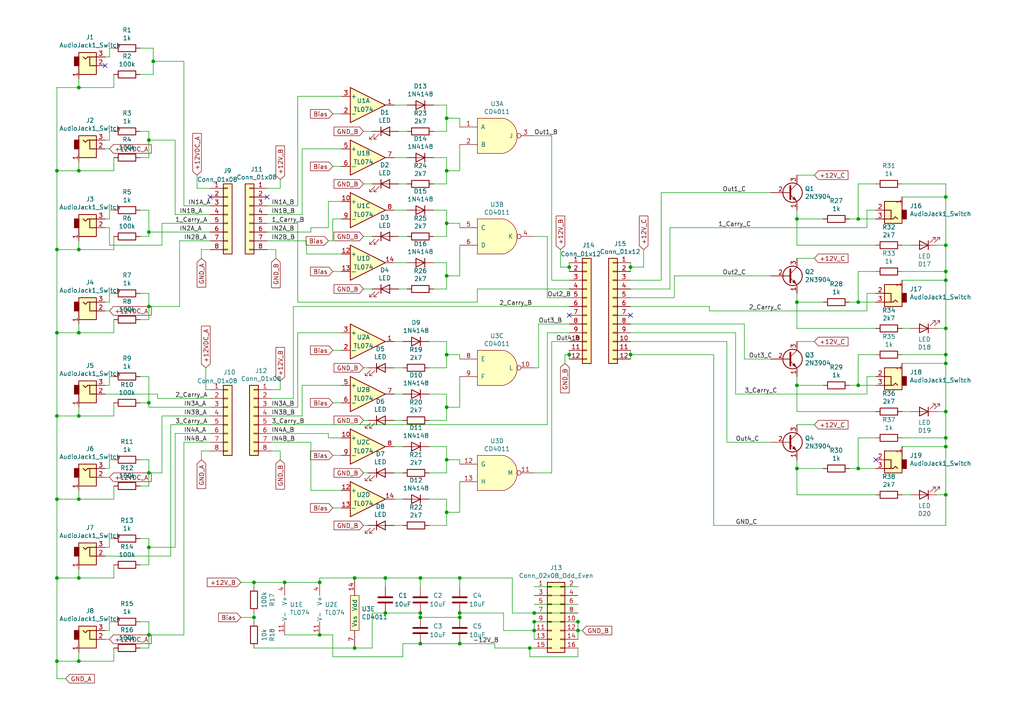
<source format=kicad_sch>
(kicad_sch (version 20250114) (generator "eeschema") (generator_version "9.0")
  (paper "A4")
  (junction (at 274.32 127))
  (junction (at 248.92 63.5))
  (junction (at 43.18 88.9))
  (junction (at 92.71 168.91))
  (junction (at 43.18 137.16))
  (junction (at 43.18 184.15))
  (junction (at 73.66 179.07))
  (junction (at 182.88 102.87))
  (junction (at 129.54 148.59))
  (junction (at 129.54 34.29))
  (junction (at 248.92 111.76))
  (junction (at 129.54 102.87))
  (junction (at 102.87 187.96))
  (junction (at 16.51 167.64))
  (junction (at 248.92 87.63))
  (junction (at 16.51 191.77))
  (junction (at 274.32 102.87))
  (junction (at 102.87 167.64))
  (junction (at 129.54 49.53))
  (junction (at 16.51 72.39))
  (junction (at 111.76 167.64))
  (junction (at 231.14 111.76))
  (junction (at 22.86 72.39))
  (junction (at 182.88 77.47))
  (junction (at 121.92 167.64))
  (junction (at 43.18 116.84))
  (junction (at 22.86 25.4))
  (junction (at 22.86 191.77))
  (junction (at 274.32 143.51))
  (junction (at 231.14 63.5))
  (junction (at 16.51 120.65))
  (junction (at 231.14 135.89))
  (junction (at 92.71 184.15))
  (junction (at 121.92 186.69))
  (junction (at 73.66 168.91))
  (junction (at 274.32 95.25))
  (junction (at 44.45 17.78))
  (junction (at 111.76 177.8))
  (junction (at 22.86 144.78))
  (junction (at 133.35 167.64))
  (junction (at 129.54 80.01))
  (junction (at 274.32 119.38))
  (junction (at 16.51 144.78))
  (junction (at 133.35 177.8))
  (junction (at 129.54 133.35))
  (junction (at 231.14 87.63))
  (junction (at 22.86 49.53))
  (junction (at 154.94 177.8))
  (junction (at 154.94 182.88))
  (junction (at 167.64 180.34))
  (junction (at 165.1 77.47))
  (junction (at 22.86 96.52))
  (junction (at 43.18 67.31))
  (junction (at 274.32 81.28))
  (junction (at 43.18 40.64))
  (junction (at 133.35 179.07))
  (junction (at 274.32 78.74))
  (junction (at 274.32 71.12))
  (junction (at 121.92 179.07))
  (junction (at 274.32 105.41))
  (junction (at 129.54 64.77))
  (junction (at 133.35 186.69))
  (junction (at 22.86 120.65))
  (junction (at 16.51 49.53))
  (junction (at 274.32 129.54))
  (junction (at 167.64 182.88))
  (junction (at 154.94 180.34))
  (junction (at 248.92 135.89))
  (junction (at 153.67 187.96))
  (junction (at 22.86 167.64))
  (junction (at 16.51 96.52))
  (junction (at 43.18 158.75))
  (junction (at 165.1 102.87))
  (junction (at 274.32 57.15))
  (junction (at 129.54 118.11))
  (junction (at 121.92 177.8))
  (junction (at 82.55 168.91))
  (no_connect (at 77.47 57.15))
  (no_connect (at 182.88 91.44))
  (no_connect (at 30.48 19.05))
  (no_connect (at 165.1 91.44))
  (no_connect (at 254 133.35))
  (no_connect (at 60.96 57.15))
  (wire (pts (xy 43.18 163.83) (xy 40.64 163.83)))
  (wire (pts (xy 271.78 143.51) (xy 274.32 143.51)))
  (wire (pts (xy 88.9 69.85) (xy 88.9 73.66)))
  (wire (pts (xy 95.25 127) (xy 99.06 127)))
  (wire (pts (xy 248.92 63.5) (xy 248.92 53.34)))
  (wire (pts (xy 195.58 86.36) (xy 182.88 86.36)))
  (wire (pts (xy 133.35 80.01) (xy 133.35 71.12)))
  (wire (pts (xy 16.51 191.77) (xy 16.51 167.64)))
  (wire (pts (xy 231.14 135.89) (xy 231.14 133.35)))
  (wire (pts (xy 22.86 167.64) (xy 33.02 167.64)))
  (wire (pts (xy 107.95 38.1) (xy 105.41 38.1)))
  (wire (pts (xy 87.63 111.76) (xy 87.63 120.65)))
  (wire (pts (xy 87.63 43.18) (xy 99.06 43.18)))
  (wire (pts (xy 153.67 187.96) (xy 143.51 187.96)))
  (wire (pts (xy 40.64 180.34) (xy 43.18 180.34)))
  (wire (pts (xy 30.48 43.18) (xy 31.75 43.18)))
  (wire (pts (xy 102.87 167.64) (xy 111.76 167.64)))
  (wire (pts (xy 53.34 17.78) (xy 53.34 59.69)))
  (wire (pts (xy 261.62 71.12) (xy 264.16 71.12)))
  (wire (pts (xy 133.35 167.64) (xy 133.35 170.18)))
  (wire (pts (xy 182.88 96.52) (xy 213.36 96.52)))
  (wire (pts (xy 167.64 190.5) (xy 167.64 187.96)))
  (wire (pts (xy 146.05 182.88) (xy 154.94 182.88)))
  (wire (pts (xy 86.36 118.11) (xy 86.36 96.52)))
  (wire (pts (xy 207.01 102.87) (xy 207.01 152.4)))
  (wire (pts (xy 274.32 81.28) (xy 274.32 95.25)))
  (wire (pts (xy 78.74 120.65) (xy 87.63 120.65)))
  (wire (pts (xy 40.64 156.21) (xy 43.18 156.21)))
  (wire (pts (xy 60.96 113.03) (xy 59.69 113.03)))
  (wire (pts (xy 107.95 68.58) (xy 105.41 68.58)))
  (wire (pts (xy 121.92 167.64) (xy 121.92 170.18)))
  (wire (pts (xy 92.71 167.64) (xy 102.87 167.64)))
  (wire (pts (xy 73.66 168.91) (xy 73.66 170.18)))
  (wire (pts (xy 154.94 177.8) (xy 148.59 177.8)))
  (wire (pts (xy 16.51 144.78) (xy 16.51 167.64)))
  (wire (pts (xy 125.73 76.2) (xy 129.54 76.2)))
  (wire (pts (xy 30.48 135.89) (xy 31.75 135.89)))
  (wire (pts (xy 90.17 128.27) (xy 90.17 142.24)))
  (wire (pts (xy 82.55 168.91) (xy 92.71 168.91)))
  (wire (pts (xy 116.84 152.4) (xy 114.3 152.4)))
  (wire (pts (xy 160.02 81.28) (xy 160.02 39.37)))
  (wire (pts (xy 31.75 60.96) (xy 33.02 60.96)))
  (wire (pts (xy 43.18 156.21) (xy 43.18 158.75)))
  (wire (pts (xy 114.3 99.06) (xy 116.84 99.06)))
  (wire (pts (xy 158.75 86.36) (xy 165.1 86.36)))
  (wire (pts (xy 162.56 77.47) (xy 165.1 77.47)))
  (wire (pts (xy 87.63 111.76) (xy 99.06 111.76)))
  (wire (pts (xy 133.35 36.83) (xy 133.35 34.29)))
  (wire (pts (xy 59.69 113.03) (xy 59.69 106.68)))
  (wire (pts (xy 22.86 46.99) (xy 22.86 49.53)))
  (wire (pts (xy 251.46 60.96) (xy 251.46 66.04)))
  (wire (pts (xy 231.14 95.25) (xy 231.14 87.63)))
  (wire (pts (xy 99.06 63.5) (xy 96.52 63.5)))
  (wire (pts (xy 85.09 88.9) (xy 85.09 115.57)))
  (wire (pts (xy 30.48 16.51) (xy 31.75 16.51)))
  (wire (pts (xy 31.75 38.1) (xy 33.02 38.1)))
  (wire (pts (xy 99.06 147.32) (xy 96.52 147.32)))
  (wire (pts (xy 46.99 64.77) (xy 60.96 64.77)))
  (wire (pts (xy 133.35 134.62) (xy 133.35 133.35)))
  (wire (pts (xy 205.74 88.9) (xy 182.88 88.9)))
  (wire (pts (xy 81.28 110.49) (xy 81.28 113.03)))
  (wire (pts (xy 156.21 106.68) (xy 156.21 93.98)))
  (wire (pts (xy 251.46 109.22) (xy 251.46 114.3)))
  (wire (pts (xy 129.54 121.92) (xy 124.46 121.92)))
  (wire (pts (xy 43.18 109.22) (xy 43.18 116.84)))
  (wire (pts (xy 274.32 53.34) (xy 274.32 57.15)))
  (wire (pts (xy 160.02 137.16) (xy 160.02 99.06)))
  (wire (pts (xy 129.54 64.77) (xy 133.35 64.77)))
  (wire (pts (xy 90.17 66.04) (xy 95.25 66.04)))
  (wire (pts (xy 31.75 63.5) (xy 31.75 60.96)))
  (wire (pts (xy 165.1 81.28) (xy 160.02 81.28)))
  (wire (pts (xy 50.8 40.64) (xy 50.8 62.23)))
  (wire (pts (xy 31.75 71.12) (xy 31.75 66.04)))
  (wire (pts (xy 191.77 55.88) (xy 223.52 55.88)))
  (wire (pts (xy 44.45 13.97) (xy 44.45 17.78)))
  (wire (pts (xy 274.32 95.25) (xy 274.32 102.87)))
  (wire (pts (xy 78.74 118.11) (xy 86.36 118.11)))
  (wire (pts (xy 102.87 187.96) (xy 107.95 187.96)))
  (wire (pts (xy 114.3 60.96) (xy 118.11 60.96)))
  (wire (pts (xy 158.75 68.58) (xy 158.75 86.36)))
  (wire (pts (xy 165.1 78.74) (xy 165.1 77.47)))
  (wire (pts (xy 133.35 177.8) (xy 133.35 179.07)))
  (wire (pts (xy 30.48 161.29) (xy 49.53 161.29)))
  (wire (pts (xy 167.64 175.26) (xy 154.94 175.26)))
  (wire (pts (xy 107.95 83.82) (xy 105.41 83.82)))
  (wire (pts (xy 30.48 63.5) (xy 31.75 63.5)))
  (wire (pts (xy 195.58 80.01) (xy 223.52 80.01)))
  (wire (pts (xy 129.54 148.59) (xy 133.35 148.59)))
  (wire (pts (xy 248.92 102.87) (xy 248.92 111.76)))
  (wire (pts (xy 238.76 63.5) (xy 231.14 63.5)))
  (wire (pts (xy 129.54 133.35) (xy 129.54 137.16)))
  (wire (pts (xy 182.88 78.74) (xy 182.88 77.47)))
  (wire (pts (xy 31.75 138.43) (xy 30.48 138.43)))
  (wire (pts (xy 129.54 53.34) (xy 125.73 53.34)))
  (wire (pts (xy 129.54 106.68) (xy 124.46 106.68)))
  (wire (pts (xy 96.52 184.15) (xy 96.52 190.5)))
  (wire (pts (xy 116.84 106.68) (xy 114.3 106.68)))
  (wire (pts (xy 254 71.12) (xy 231.14 71.12)))
  (wire (pts (xy 116.84 121.92) (xy 114.3 121.92)))
  (wire (pts (xy 86.36 96.52) (xy 99.06 96.52)))
  (wire (pts (xy 22.86 191.77) (xy 16.51 191.77)))
  (wire (pts (xy 195.58 80.01) (xy 195.58 86.36)))
  (wire (pts (xy 271.78 95.25) (xy 274.32 95.25)))
  (wire (pts (xy 44.45 21.59) (xy 40.64 21.59)))
  (wire (pts (xy 238.76 87.63) (xy 231.14 87.63)))
  (wire (pts (xy 43.18 116.84) (xy 40.64 116.84)))
  (wire (pts (xy 86.36 27.94) (xy 86.36 59.69)))
  (wire (pts (xy 16.51 196.85) (xy 16.51 191.77)))
  (wire (pts (xy 92.71 184.15) (xy 96.52 184.15)))
  (wire (pts (xy 133.35 34.29) (xy 129.54 34.29)))
  (wire (pts (xy 254 119.38) (xy 231.14 119.38)))
  (wire (pts (xy 60.96 62.23) (xy 50.8 62.23)))
  (wire (pts (xy 106.68 121.92) (xy 105.41 121.92)))
  (wire (pts (xy 22.86 191.77) (xy 33.02 191.77)))
  (wire (pts (xy 231.14 74.93) (xy 236.22 74.93)))
  (wire (pts (xy 194.31 83.82) (xy 182.88 83.82)))
  (wire (pts (xy 43.18 45.72) (xy 40.64 45.72)))
  (wire (pts (xy 254 95.25) (xy 231.14 95.25)))
  (wire (pts (xy 251.46 114.3) (xy 213.36 114.3)))
  (wire (pts (xy 129.54 152.4) (xy 124.46 152.4)))
  (wire (pts (xy 73.66 177.8) (xy 73.66 179.07)))
  (wire (pts (xy 231.14 50.8) (xy 236.22 50.8)))
  (wire (pts (xy 43.18 60.96) (xy 43.18 67.31)))
  (wire (pts (xy 125.73 30.48) (xy 129.54 30.48)))
  (wire (pts (xy 31.75 85.09) (xy 33.02 85.09)))
  (wire (pts (xy 60.96 128.27) (xy 53.34 128.27)))
  (wire (pts (xy 77.47 59.69) (xy 86.36 59.69)))
  (wire (pts (xy 96.52 69.85) (xy 95.25 69.85)))
  (wire (pts (xy 22.86 49.53) (xy 16.51 49.53)))
  (wire (pts (xy 99.06 78.74) (xy 96.52 78.74)))
  (wire (pts (xy 90.17 67.31) (xy 90.17 66.04)))
  (wire (pts (xy 254 78.74) (xy 248.92 78.74)))
  (wire (pts (xy 129.54 45.72) (xy 129.54 49.53)))
  (wire (pts (xy 254 127) (xy 248.92 127)))
  (wire (pts (xy 236.22 123.19) (xy 231.14 123.19)))
  (wire (pts (xy 129.54 83.82) (xy 125.73 83.82)))
  (wire (pts (xy 78.74 123.19) (xy 158.75 123.19)))
  (wire (pts (xy 254 109.22) (xy 251.46 109.22)))
  (wire (pts (xy 248.92 87.63) (xy 254 87.63)))
  (wire (pts (xy 148.59 177.8) (xy 148.59 167.64)))
  (wire (pts (xy 73.66 179.07) (xy 73.66 180.34)))
  (wire (pts (xy 154.94 137.16) (xy 160.02 137.16)))
  (wire (pts (xy 158.75 96.52) (xy 165.1 96.52)))
  (wire (pts (xy 133.35 104.14) (xy 133.35 102.87)))
  (wire (pts (xy 231.14 63.5) (xy 231.14 60.96)))
  (wire (pts (xy 162.56 72.39) (xy 162.56 77.47)))
  (wire (pts (xy 165.1 101.6) (xy 165.1 102.87)))
  (wire (pts (xy 33.02 21.59) (xy 33.02 25.4)))
  (wire (pts (xy 133.35 118.11) (xy 133.35 109.22)))
  (wire (pts (xy 73.66 187.96) (xy 102.87 187.96)))
  (wire (pts (xy 50.8 158.75) (xy 43.18 158.75)))
  (wire (pts (xy 154.94 182.88) (xy 154.94 185.42)))
  (wire (pts (xy 261.62 78.74) (xy 274.32 78.74)))
  (wire (pts (xy 129.54 144.78) (xy 129.54 148.59)))
  (wire (pts (xy 45.72 115.57) (xy 45.72 114.3)))
  (wire (pts (xy 40.64 85.09) (xy 43.18 85.09)))
  (wire (pts (xy 77.47 62.23) (xy 87.63 62.23)))
  (wire (pts (xy 129.54 76.2) (xy 129.54 80.01)))
  (wire (pts (xy 248.92 135.89) (xy 254 135.89)))
  (wire (pts (xy 81.28 54.61) (xy 77.47 54.61)))
  (wire (pts (xy 261.62 95.25) (xy 264.16 95.25)))
  (wire (pts (xy 129.54 49.53) (xy 129.54 53.34)))
  (wire (pts (xy 182.88 102.87) (xy 207.01 102.87)))
  (wire (pts (xy 95.25 66.04) (xy 95.25 58.42)))
  (wire (pts (xy 44.45 17.78) (xy 53.34 17.78)))
  (wire (pts (xy 129.54 80.01) (xy 129.54 83.82)))
  (wire (pts (xy 22.86 120.65) (xy 16.51 120.65)))
  (wire (pts (xy 261.62 143.51) (xy 264.16 143.51)))
  (wire (pts (xy 30.48 158.75) (xy 31.75 158.75)))
  (wire (pts (xy 154.94 68.58) (xy 158.75 68.58)))
  (wire (pts (xy 43.18 137.16) (xy 43.18 140.97)))
  (wire (pts (xy 82.55 184.15) (xy 92.71 184.15)))
  (wire (pts (xy 33.02 68.58) (xy 33.02 72.39)))
  (wire (pts (xy 85.09 88.9) (xy 165.1 88.9)))
  (wire (pts (xy 129.54 30.48) (xy 129.54 34.29)))
  (wire (pts (xy 33.02 140.97) (xy 33.02 144.78)))
  (wire (pts (xy 129.54 102.87) (xy 129.54 106.68)))
  (wire (pts (xy 248.92 53.34) (xy 254 53.34)))
  (wire (pts (xy 22.86 25.4) (xy 33.02 25.4)))
  (wire (pts (xy 248.92 63.5) (xy 254 63.5)))
  (wire (pts (xy 116.84 186.69) (xy 121.92 186.69)))
  (wire (pts (xy 129.54 38.1) (xy 125.73 38.1)))
  (wire (pts (xy 129.54 129.54) (xy 129.54 133.35)))
  (wire (pts (xy 40.64 38.1) (xy 43.18 38.1)))
  (wire (pts (xy 153.67 190.5) (xy 167.64 190.5)))
  (wire (pts (xy 254 102.87) (xy 248.92 102.87)))
  (wire (pts (xy 121.92 167.64) (xy 133.35 167.64)))
  (wire (pts (xy 77.47 69.85) (xy 88.9 69.85)))
  (wire (pts (xy 22.86 72.39) (xy 33.02 72.39)))
  (wire (pts (xy 16.51 25.4) (xy 16.51 49.53)))
  (wire (pts (xy 251.46 85.09) (xy 251.46 90.17)))
  (wire (pts (xy 165.1 83.82) (xy 138.43 83.82)))
  (wire (pts (xy 254 60.96) (xy 251.46 60.96)))
  (wire (pts (xy 53.34 128.27) (xy 53.34 184.15)))
  (wire (pts (xy 22.86 165.1) (xy 22.86 167.64)))
  (wire (pts (xy 43.18 118.11) (xy 43.18 116.84)))
  (wire (pts (xy 146.05 177.8) (xy 146.05 182.88)))
  (wire (pts (xy 43.18 67.31) (xy 43.18 68.58)))
  (wire (pts (xy 77.47 67.31) (xy 90.17 67.31)))
  (wire (pts (xy 133.35 49.53) (xy 133.35 41.91)))
  (wire (pts (xy 213.36 114.3) (xy 213.36 96.52)))
  (wire (pts (xy 191.77 81.28) (xy 182.88 81.28)))
  (wire (pts (xy 129.54 64.77) (xy 129.54 68.58)))
  (wire (pts (xy 154.94 187.96) (xy 153.67 187.96)))
  (wire (pts (xy 124.46 99.06) (xy 129.54 99.06)))
  (wire (pts (xy 69.85 168.91) (xy 73.66 168.91)))
  (wire (pts (xy 133.35 148.59) (xy 133.35 139.7)))
  (wire (pts (xy 92.71 168.91) (xy 92.71 167.64)))
  (wire (pts (xy 22.86 49.53) (xy 33.02 49.53)))
  (wire (pts (xy 16.51 72.39) (xy 16.51 96.52)))
  (wire (pts (xy 118.11 53.34) (xy 115.57 53.34)))
  (wire (pts (xy 165.1 102.87) (xy 165.1 104.14)))
  (wire (pts (xy 22.86 93.98) (xy 22.86 96.52)))
  (wire (pts (xy 46.99 120.65) (xy 46.99 137.16)))
  (wire (pts (xy 182.88 104.14) (xy 182.88 102.87)))
  (wire (pts (xy 129.54 34.29) (xy 129.54 38.1)))
  (wire (pts (xy 31.75 87.63) (xy 31.75 85.09)))
  (wire (pts (xy 129.54 60.96) (xy 129.54 64.77)))
  (wire (pts (xy 22.86 25.4) (xy 16.51 25.4)))
  (wire (pts (xy 22.86 144.78) (xy 33.02 144.78)))
  (wire (pts (xy 121.92 177.8) (xy 121.92 179.07)))
  (wire (pts (xy 182.88 93.98) (xy 215.9 93.98)))
  (wire (pts (xy 31.75 16.51) (xy 31.75 13.97)))
  (wire (pts (xy 133.35 177.8) (xy 146.05 177.8)))
  (wire (pts (xy 60.96 118.11) (xy 43.18 118.11)))
  (wire (pts (xy 118.11 38.1) (xy 115.57 38.1)))
  (wire (pts (xy 60.96 69.85) (xy 52.07 69.85)))
  (wire (pts (xy 163.83 102.87) (xy 163.83 105.41)))
  (wire (pts (xy 99.06 73.66) (xy 88.9 73.66)))
  (wire (pts (xy 95.25 58.42) (xy 99.06 58.42)))
  (wire (pts (xy 53.34 184.15) (xy 43.18 184.15)))
  (wire (pts (xy 22.86 96.52) (xy 16.51 96.52)))
  (wire (pts (xy 194.31 66.04) (xy 251.46 66.04)))
  (wire (pts (xy 129.54 49.53) (xy 133.35 49.53)))
  (wire (pts (xy 158.75 123.19) (xy 158.75 96.52)))
  (wire (pts (xy 86.36 64.77) (xy 77.47 64.77)))
  (wire (pts (xy 43.18 140.97) (xy 40.64 140.97)))
  (wire (pts (xy 274.32 71.12) (xy 274.32 78.74)))
  (wire (pts (xy 246.38 87.63) (xy 248.92 87.63)))
  (wire (pts (xy 44.45 17.78) (xy 44.45 21.59)))
  (wire (pts (xy 40.64 133.35) (xy 43.18 133.35)))
  (wire (pts (xy 31.75 158.75) (xy 31.75 156.21)))
  (wire (pts (xy 246.38 135.89) (xy 248.92 135.89)))
  (wire (pts (xy 138.43 87.63) (xy 86.36 87.63)))
  (wire (pts (xy 16.51 196.85) (xy 19.05 196.85)))
  (wire (pts (xy 43.18 158.75) (xy 43.18 163.83)))
  (wire (pts (xy 22.86 144.78) (xy 16.51 144.78)))
  (wire (pts (xy 154.94 172.72) (xy 167.64 172.72)))
  (wire (pts (xy 194.31 66.04) (xy 194.31 83.82)))
  (wire (pts (xy 30.48 111.76) (xy 31.75 111.76)))
  (wire (pts (xy 129.54 80.01) (xy 133.35 80.01)))
  (wire (pts (xy 114.3 114.3) (xy 116.84 114.3)))
  (wire (pts (xy 33.02 116.84) (xy 33.02 120.65)))
  (wire (pts (xy 133.35 133.35) (xy 129.54 133.35)))
  (wire (pts (xy 78.74 128.27) (xy 90.17 128.27)))
  (wire (pts (xy 60.96 54.61) (xy 57.15 54.61)))
  (wire (pts (xy 254 143.51) (xy 231.14 143.51)))
  (wire (pts (xy 143.51 186.69) (xy 133.35 186.69)))
  (wire (pts (xy 114.3 144.78) (xy 116.84 144.78)))
  (wire (pts (xy 231.14 111.76) (xy 231.14 109.22)))
  (wire (pts (xy 116.84 137.16) (xy 114.3 137.16)))
  (wire (pts (xy 90.17 142.24) (xy 99.06 142.24)))
  (wire (pts (xy 30.48 182.88) (xy 31.75 182.88)))
  (wire (pts (xy 78.74 125.73) (xy 95.25 125.73)))
  (wire (pts (xy 231.14 71.12) (xy 231.14 63.5)))
  (wire (pts (xy 133.35 64.77) (xy 133.35 66.04)))
  (wire (pts (xy 251.46 90.17) (xy 205.74 90.17)))
  (wire (pts (xy 96.52 190.5) (xy 116.84 190.5)))
  (wire (pts (xy 46.99 137.16) (xy 43.18 137.16)))
  (wire (pts (xy 129.54 114.3) (xy 129.54 118.11)))
  (wire (pts (xy 167.64 182.88) (xy 167.64 185.42)))
  (wire (pts (xy 99.06 116.84) (xy 96.52 116.84)))
  (wire (pts (xy 22.86 120.65) (xy 33.02 120.65)))
  (wire (pts (xy 106.68 137.16) (xy 105.41 137.16)))
  (wire (pts (xy 87.63 43.18) (xy 87.63 62.23)))
  (wire (pts (xy 274.32 129.54) (xy 261.62 129.54)))
  (wire (pts (xy 274.32 152.4) (xy 274.32 143.51)))
  (wire (pts (xy 86.36 64.77) (xy 86.36 87.63)))
  (wire (pts (xy 60.96 130.81) (xy 58.42 130.81)))
  (wire (pts (xy 114.3 30.48) (xy 118.11 30.48)))
  (wire (pts (xy 261.62 53.34) (xy 274.32 53.34)))
  (wire (pts (xy 30.48 40.64) (xy 31.75 40.64)))
  (wire (pts (xy 274.32 143.51) (xy 274.32 129.54)))
  (wire (pts (xy 107.95 177.8) (xy 111.76 177.8)))
  (wire (pts (xy 77.47 72.39) (xy 80.01 72.39)))
  (wire (pts (xy 43.18 133.35) (xy 43.18 137.16)))
  (wire (pts (xy 274.32 78.74) (xy 274.32 81.28)))
  (wire (pts (xy 121.92 186.69) (xy 133.35 186.69)))
  (wire (pts (xy 116.84 190.5) (xy 116.84 186.69)))
  (wire (pts (xy 274.32 57.15) (xy 274.32 71.12)))
  (wire (pts (xy 111.76 177.8) (xy 121.92 177.8)))
  (wire (pts (xy 118.11 83.82) (xy 115.57 83.82)))
  (wire (pts (xy 191.77 55.88) (xy 191.77 81.28)))
  (wire (pts (xy 165.1 77.47) (xy 165.1 76.2)))
  (wire (pts (xy 248.92 78.74) (xy 248.92 87.63)))
  (wire (pts (xy 95.25 125.73) (xy 95.25 127)))
  (wire (pts (xy 210.82 128.27) (xy 223.52 128.27)))
  (wire (pts (xy 40.64 13.97) (xy 44.45 13.97)))
  (wire (pts (xy 52.07 69.85) (xy 52.07 88.9)))
  (wire (pts (xy 231.14 99.06) (xy 236.22 99.06)))
  (wire (pts (xy 31.75 66.04) (xy 30.48 66.04)))
  (wire (pts (xy 106.68 152.4) (xy 105.41 152.4)))
  (wire (pts (xy 231.14 119.38) (xy 231.14 111.76)))
  (wire (pts (xy 16.51 120.65) (xy 16.51 144.78)))
  (wire (pts (xy 254 85.09) (xy 251.46 85.09)))
  (wire (pts (xy 43.18 40.64) (xy 50.8 40.64)))
  (wire (pts (xy 78.74 130.81) (xy 81.28 130.81)))
  (wire (pts (xy 22.86 69.85) (xy 22.86 72.39)))
  (wire (pts (xy 57.15 54.61) (xy 57.15 50.8)))
  (wire (pts (xy 86.36 27.94) (xy 99.06 27.94)))
  (wire (pts (xy 22.86 22.86) (xy 22.86 25.4)))
  (wire (pts (xy 33.02 187.96) (xy 33.02 191.77)))
  (wire (pts (xy 125.73 45.72) (xy 129.54 45.72)))
  (wire (pts (xy 248.92 127) (xy 248.92 135.89)))
  (wire (pts (xy 31.75 109.22) (xy 33.02 109.22)))
  (wire (pts (xy 107.95 187.96) (xy 107.95 177.8)))
  (wire (pts (xy 46.99 71.12) (xy 31.75 71.12)))
  (wire (pts (xy 186.69 72.39) (xy 186.69 77.47)))
  (wire (pts (xy 43.18 184.15) (xy 43.18 187.96)))
  (wire (pts (xy 182.88 99.06) (xy 210.82 99.06)))
  (wire (pts (xy 43.18 187.96) (xy 40.64 187.96)))
  (wire (pts (xy 274.32 127) (xy 274.32 129.54)))
  (wire (pts (xy 125.73 60.96) (xy 129.54 60.96)))
  (wire (pts (xy 129.54 118.11) (xy 133.35 118.11)))
  (wire (pts (xy 167.64 180.34) (xy 167.64 182.88)))
  (wire (pts (xy 261.62 102.87) (xy 274.32 102.87)))
  (wire (pts (xy 60.96 125.73) (xy 50.8 125.73)))
  (wire (pts (xy 99.06 33.02) (xy 96.52 33.02)))
  (wire (pts (xy 107.95 53.34) (xy 105.41 53.34)))
  (wire (pts (xy 43.18 92.71) (xy 40.64 92.71)))
  (wire (pts (xy 111.76 167.64) (xy 111.76 170.18)))
  (wire (pts (xy 52.07 88.9) (xy 43.18 88.9)))
  (wire (pts (xy 124.46 129.54) (xy 129.54 129.54)))
  (wire (pts (xy 31.75 185.42) (xy 30.48 185.42)))
  (wire (pts (xy 49.53 123.19) (xy 49.53 161.29)))
  (wire (pts (xy 31.75 133.35) (xy 33.02 133.35)))
  (wire (pts (xy 153.67 187.96) (xy 153.67 190.5)))
  (wire (pts (xy 60.96 67.31) (xy 43.18 67.31)))
  (wire (pts (xy 274.32 119.38) (xy 274.32 127)))
  (wire (pts (xy 22.86 142.24) (xy 22.86 144.78)))
  (wire (pts (xy 45.72 115.57) (xy 60.96 115.57)))
  (wire (pts (xy 81.28 113.03) (xy 78.74 113.03)))
  (wire (pts (xy 43.18 40.64) (xy 43.18 45.72)))
  (wire (pts (xy 30.48 87.63) (xy 31.75 87.63)))
  (wire (pts (xy 111.76 167.64) (xy 121.92 167.64)))
  (wire (pts (xy 33.02 92.71) (xy 33.02 96.52)))
  (wire (pts (xy 154.94 106.68) (xy 156.21 106.68)))
  (wire (pts (xy 148.59 167.64) (xy 133.35 167.64)))
  (wire (pts (xy 271.78 119.38) (xy 274.32 119.38)))
  (wire (pts (xy 60.96 123.19) (xy 49.53 123.19)))
  (wire (pts (xy 58.42 72.39) (xy 58.42 74.93)))
  (wire (pts (xy 205.74 90.17) (xy 205.74 88.9)))
  (wire (pts (xy 156.21 93.98) (xy 165.1 93.98)))
  (wire (pts (xy 186.69 77.47) (xy 182.88 77.47)))
  (wire (pts (xy 207.01 152.4) (xy 274.32 152.4)))
  (wire (pts (xy 31.75 40.64) (xy 31.75 38.1)))
  (wire (pts (xy 81.28 52.07) (xy 81.28 54.61)))
  (wire (pts (xy 138.43 83.82) (xy 138.43 87.63)))
  (wire (pts (xy 261.62 119.38) (xy 264.16 119.38)))
  (wire (pts (xy 124.46 144.78) (xy 129.54 144.78)))
  (wire (pts (xy 133.35 102.87) (xy 129.54 102.87)))
  (wire (pts (xy 33.02 163.83) (xy 33.02 167.64)))
  (wire (pts (xy 167.64 180.34) (xy 154.94 180.34)))
  (wire (pts (xy 114.3 76.2) (xy 118.11 76.2)))
  (wire (pts (xy 124.46 114.3) (xy 129.54 114.3)))
  (wire (pts (xy 99.06 132.08) (xy 96.52 132.08)))
  (wire (pts (xy 60.96 72.39) (xy 58.42 72.39)))
  (wire (pts (xy 45.72 114.3) (xy 30.48 114.3)))
  (wire (pts (xy 118.11 68.58) (xy 115.57 68.58)))
  (wire (pts (xy 231.14 87.63) (xy 231.14 85.09)))
  (wire (pts (xy 274.32 105.41) (xy 274.32 119.38)))
  (wire (pts (xy 210.82 99.06) (xy 210.82 128.27)))
  (wire (pts (xy 246.38 63.5) (xy 248.92 63.5)))
  (wire (pts (xy 60.96 59.69) (xy 53.34 59.69)))
  (wire (pts (xy 99.06 101.6) (xy 96.52 101.6)))
  (wire (pts (xy 167.64 177.8) (xy 154.94 177.8)))
  (wire (pts (xy 129.54 137.16) (xy 124.46 137.16)))
  (wire (pts (xy 261.62 57.15) (xy 274.32 57.15)))
  (wire (pts (xy 129.54 99.06) (xy 129.54 102.87)))
  (wire (pts (xy 22.86 96.52) (xy 33.02 96.52)))
  (wire (pts (xy 31.75 13.97) (xy 33.02 13.97)))
  (wire (pts (xy 40.64 109.22) (xy 43.18 109.22)))
  (wire (pts (xy 43.18 88.9) (xy 43.18 92.71)))
  (wire (pts (xy 274.32 81.28) (xy 261.62 81.28)))
  (wire (pts (xy 274.32 102.87) (xy 274.32 105.41)))
  (wire (pts (xy 238.76 135.89) (xy 231.14 135.89)))
  (wire (pts (xy 58.42 130.81) (xy 58.42 133.35)))
  (wire (pts (xy 99.06 48.26) (xy 96.52 48.26)))
  (wire (pts (xy 96.52 63.5) (xy 96.52 69.85)))
  (wire (pts (xy 274.32 105.41) (xy 261.62 105.41)))
  (wire (pts (xy 16.51 96.52) (xy 16.51 120.65)))
  (wire (pts (xy 22.86 118.11) (xy 22.86 120.65)))
  (wire (pts (xy 143.51 187.96) (xy 143.51 186.69)))
  (wire (pts (xy 160.02 39.37) (xy 154.94 39.37)))
  (wire (pts (xy 73.66 168.91) (xy 82.55 168.91)))
  (wire (pts (xy 121.92 179.07) (xy 133.35 179.07)))
  (wire (pts (xy 31.75 90.17) (xy 30.48 90.17)))
  (wire (pts (xy 248.92 111.76) (xy 254 111.76)))
  (wire (pts (xy 182.88 77.47) (xy 182.88 76.2)))
  (wire (pts (xy 231.14 143.51) (xy 231.14 135.89)))
  (wire (pts (xy 129.54 148.59) (xy 129.54 152.4)))
  (wire (pts (xy 129.54 68.58) (xy 125.73 68.58)))
  (wire (pts (xy 81.28 130.81) (xy 81.28 133.35)))
  (wire (pts (xy 238.76 111.76) (xy 231.14 111.76)))
  (wire (pts (xy 16.51 167.64) (xy 22.86 167.64)))
  (wire (pts (xy 31.75 111.76) (xy 31.75 109.22)))
  (wire (pts (xy 31.75 180.34) (xy 33.02 180.34)))
  (wire (pts (xy 43.18 68.58) (xy 40.64 68.58)))
  (wire (pts (xy 85.09 115.57) (xy 78.74 115.57)))
  (wire (pts (xy 182.88 102.87) (xy 182.88 101.6)))
  (wire (pts (xy 167.64 170.18) (xy 154.94 170.18)))
  (wire (pts (xy 246.38 111.76) (xy 248.92 111.76)))
  (wire (pts (xy 215.9 104.14) (xy 223.52 104.14)))
  (wire (pts (xy 261.62 127) (xy 274.32 127)))
  (wire (pts (xy 50.8 125.73) (xy 50.8 158.75)))
  (wire (pts (xy 22.86 189.23) (xy 22.86 191.77)))
  (wire (pts (xy 43.18 180.34) (xy 43.18 184.15)))
  (wire (pts (xy 60.96 120.65) (xy 46.99 120.65)))
  (wire (pts (xy 43.18 85.09) (xy 43.18 88.9)))
  (wire (pts (xy 31.75 156.21) (xy 33.02 156.21)))
  (wire (pts (xy 114.3 45.72) (xy 118.11 45.72)))
  (wire (pts (xy 40.64 60.96) (xy 43.18 60.96)))
  (wire (pts (xy 168.91 182.88) (xy 167.64 182.88)))
  (wire (pts (xy 22.86 72.39) (xy 16.51 72.39)))
  (wire (pts (xy 154.94 182.88) (xy 154.94 180.34)))
  (wire (pts (xy 129.54 118.11) (xy 129.54 121.92)))
  (wire (pts (xy 31.75 182.88) (xy 31.75 180.34)))
  (wire (pts (xy 46.99 71.12) (xy 46.99 64.77)))
  (wire (pts (xy 165.1 102.87) (xy 163.83 102.87)))
  (wire (pts (xy 69.85 179.07) (xy 73.66 179.07)))
  (wire (pts (xy 80.01 72.39) (xy 80.01 74.93)))
  (wire (pts (xy 215.9 93.98) (xy 215.9 104.14)))
  (wire (pts (xy 160.02 99.06) (xy 165.1 99.06)))
  (wire (pts (xy 33.02 45.72) (xy 33.02 49.53)))
  (wire (pts (xy 114.3 129.54) (xy 116.84 129.54)))
  (wire (pts (xy 16.51 49.53) (xy 16.51 72.39)))
  (wire (pts (xy 271.78 71.12) (xy 274.32 71.12)))
  (wire (pts (xy 43.18 38.1) (xy 43.18 40.64)))
  (wire (pts (xy 106.68 106.68) (xy 105.41 106.68)))
  (wire (pts (xy 31.75 135.89) (xy 31.75 133.35)))
  (label "1_Carry_B" (at 78.74 64.77 0))
  (label "IN1B_B" (at 78.74 62.23 0))
  (label "IN3B_A" (at 53.34 120.65 0))
  (label "Out2_C" (at 209.55 80.01 0))
  (label "Out4_B" (at 161.29 99.06 0))
  (label "IN3A_A" (at 53.34 118.11 0))
  (label "GND_C" (at 213.36 152.4 0))
  (label "Out1_B" (at 154.94 39.37 0))
  (label "Out2_B" (at 158.75 86.36 0))
  (label "IN1A_A" (at 54.61 59.69 0))
  (label "IN3A_B" (at 78.74 118.11 0))
  (label "3_Carry_C" (at 215.9 114.3 0))
  (label "Out4_C" (at 213.36 128.27 0))
  (label "IN4A_B" (at 78.74 125.73 0))
  (label "IN2A_A" (at 52.07 67.31 0))
  (label "2_Carry_B" (at 144.78 88.9 0))
  (label "-12V_B" (at 137.16 186.69 0))
  (label "IN2B_A" (at 53.34 69.85 0))
  (label "1_Carry_C" (at 208.28 66.04 0))
  (label "3_Carry_B" (at 78.74 123.19 0))
  (label "2_Carry_C" (at 217.17 90.17 0))
  (label "Out1_C" (at 209.55 55.88 0))
  (label "IN2A_B" (at 78.74 67.31 0))
  (label "Out3_C" (at 217.17 104.14 0))
  (label "3_Carry_A" (at 50.8 123.19 0))
  (label "IN1B_A" (at 52.07 62.23 0))
  (label "IN4B_A" (at 53.34 128.27 0))
  (label "IN1A_B" (at 78.74 59.69 0))
  (label "IN4B_B" (at 78.74 128.27 0))
  (label "IN3B_B" (at 78.74 120.65 0))
  (label "IN4A_A" (at 53.34 125.73 0))
  (label "Out3_B" (at 156.21 93.98 0))
  (label "2_Carry_A" (at 50.8 115.57 0))
  (label "1_Carry_A" (at 50.8 64.77 0))
  (label "IN2B_B" (at 78.74 69.85 0))
  (global_label "GND_B" (shape input) (at 163.83 105.41 270) (property "Intersheetrefs" "${INTERSHEET_REFS}" (effects (hide yes))))
  (global_label "Bias" (shape input) (at 96.52 78.74 180) (property "Intersheetrefs" "${INTERSHEET_REFS}" (effects (hide yes))))
  (global_label "+12VDC_A" (shape input) (at 59.69 106.68 90) (property "Intersheetrefs" "${INTERSHEET_REFS}" (effects (hide yes))))
  (global_label "GND_B" (shape input) (at 105.41 38.1 180) (property "Intersheetrefs" "${INTERSHEET_REFS}" (effects (hide yes))))
  (global_label "GND_B" (shape input) (at 168.91 182.88 0) (property "Intersheetrefs" "${INTERSHEET_REFS}" (effects (hide yes))))
  (global_label "GND_B" (shape input) (at 105.41 53.34 180) (property "Intersheetrefs" "${INTERSHEET_REFS}" (effects (hide yes))))
  (global_label "GND_B" (shape input) (at 105.41 152.4 180) (property "Intersheetrefs" "${INTERSHEET_REFS}" (effects (hide yes))))
  (global_label "+12V_C" (shape input) (at 236.22 50.8 0) (property "Intersheetrefs" "${INTERSHEET_REFS}" (effects (hide yes))))
  (global_label "Bias" (shape input) (at 95.25 69.85 180) (property "Intersheetrefs" "${INTERSHEET_REFS}" (effects (hide yes))))
  (global_label "Bias" (shape input) (at 96.52 132.08 180) (property "Intersheetrefs" "${INTERSHEET_REFS}" (effects (hide yes))))
  (global_label "+12V_C" (shape input) (at 236.22 123.19 0) (property "Intersheetrefs" "${INTERSHEET_REFS}" (effects (hide yes))))
  (global_label "GND_B" (shape input) (at 105.41 137.16 180) (property "Intersheetrefs" "${INTERSHEET_REFS}" (effects (hide yes))))
  (global_label "Bias" (shape input) (at 96.52 116.84 180) (property "Intersheetrefs" "${INTERSHEET_REFS}" (effects (hide yes))))
  (global_label "+12V_C" (shape input) (at 186.69 72.39 90) (property "Intersheetrefs" "${INTERSHEET_REFS}" (effects (hide yes))))
  (global_label "+12VDC_A" (shape input) (at 31.75 90.17 0) (property "Intersheetrefs" "${INTERSHEET_REFS}" (effects (hide yes))))
  (global_label "+12V_C" (shape input) (at 236.22 99.06 0) (property "Intersheetrefs" "${INTERSHEET_REFS}" (effects (hide yes))))
  (global_label "Bias" (shape input) (at 69.85 179.07 180) (property "Intersheetrefs" "${INTERSHEET_REFS}" (effects (hide yes))))
  (global_label "GND_A" (shape input) (at 58.42 133.35 270) (property "Intersheetrefs" "${INTERSHEET_REFS}" (effects (hide yes))))
  (global_label "GND_B" (shape input) (at 81.28 133.35 270) (property "Intersheetrefs" "${INTERSHEET_REFS}" (effects (hide yes))))
  (global_label "+12V_C" (shape input) (at 236.22 74.93 0) (property "Intersheetrefs" "${INTERSHEET_REFS}" (effects (hide yes))))
  (global_label "+12VDC_A" (shape input) (at 31.75 185.42 0) (property "Intersheetrefs" "${INTERSHEET_REFS}" (effects (hide yes))))
  (global_label "+12V_B" (shape input) (at 162.56 72.39 90) (property "Intersheetrefs" "${INTERSHEET_REFS}" (effects (hide yes))))
  (global_label "GND_B" (shape input) (at 105.41 68.58 180) (property "Intersheetrefs" "${INTERSHEET_REFS}" (effects (hide yes))))
  (global_label "GND_B" (shape input) (at 105.41 121.92 180) (property "Intersheetrefs" "${INTERSHEET_REFS}" (effects (hide yes))))
  (global_label "Bias" (shape input) (at 96.52 48.26 180) (property "Intersheetrefs" "${INTERSHEET_REFS}" (effects (hide yes))))
  (global_label "GND_B" (shape input) (at 80.01 74.93 270) (property "Intersheetrefs" "${INTERSHEET_REFS}" (effects (hide yes))))
  (global_label "Bias" (shape input) (at 96.52 33.02 180) (property "Intersheetrefs" "${INTERSHEET_REFS}" (effects (hide yes))))
  (global_label "GND_B" (shape input) (at 105.41 106.68 180) (property "Intersheetrefs" "${INTERSHEET_REFS}" (effects (hide yes))))
  (global_label "GND_A" (shape input) (at 19.05 196.85 0) (property "Intersheetrefs" "${INTERSHEET_REFS}" (effects (hide yes))))
  (global_label "Bias" (shape input) (at 96.52 147.32 180) (property "Intersheetrefs" "${INTERSHEET_REFS}" (effects (hide yes))))
  (global_label "Bias" (shape input) (at 96.52 101.6 180) (property "Intersheetrefs" "${INTERSHEET_REFS}" (effects (hide yes))))
  (global_label "+12VDC_A" (shape input) (at 31.75 43.18 0) (property "Intersheetrefs" "${INTERSHEET_REFS}" (effects (hide yes))))
  (global_label "+12V_B" (shape input) (at 81.28 110.49 90) (property "Intersheetrefs" "${INTERSHEET_REFS}" (effects (hide yes))))
  (global_label "+12V_B" (shape input) (at 81.28 52.07 90) (property "Intersheetrefs" "${INTERSHEET_REFS}" (effects (hide yes))))
  (global_label "GND_B" (shape input) (at 105.41 83.82 180) (property "Intersheetrefs" "${INTERSHEET_REFS}" (effects (hide yes))))
  (global_label "GND_A" (shape input) (at 58.42 74.93 270) (property "Intersheetrefs" "${INTERSHEET_REFS}" (effects (hide yes))))
  (global_label "+12VDC_A" (shape input) (at 31.75 138.43 0) (property "Intersheetrefs" "${INTERSHEET_REFS}" (effects (hide yes))))
  (global_label "+12VDC_A" (shape input) (at 57.15 50.8 90) (property "Intersheetrefs" "${INTERSHEET_REFS}" (effects (hide yes))))
  (global_label "+12V_B" (shape input) (at 69.85 168.91 180) (property "Intersheetrefs" "${INTERSHEET_REFS}" (effects (hide yes))))
  (symbol (lib_id "Connector_Generic:Conn_02x08_Odd_Even") (at 160.02 177.8 0) (unit 1)
    (property "Reference" "J13" (at 161.29 164.6682 0))
    (property "Value" "Conn_02x08_Odd_Even" (at 161.29 166.9796 0))
    (property "Footprint" "Pin_Headers:Pin_Header_Straight_2x08_Pitch2.54mm" (effects (hide yes)))
  )
  (symbol (lib_id "Custom_Lib:AudioJack1_Switch") (at 25.4 19.05 0) (unit 1)
    (property "Reference" "J1" (at 26.1112 10.795 0))
    (property "Value" "AudioJack1_Switch" (at 26.1112 13.1064 0))
    (property "Footprint" "Custom_Library:Mono_Jack_3.5mm_Switch_Switchcraft_35RAPC2AH3" (effects (hide yes)))
  )
  (symbol (lib_id "Custom_Lib:AudioJack1_Switch") (at 259.08 60.96 180) (unit 1)
    (property "Reference" "J16" (at 263.8552 59.7154 0) (effects (justify right)))
    (property "Value" "AudioJack1_Switch" (at 263.8552 62.0268 0) (effects (justify right)))
    (property "Footprint" "Custom_Library:Mono_Jack_3.5mm_Switch_Switchcraft_35RAPC2AH3" (effects (hide yes)))
  )
  (symbol (lib_id "Custom_Lib:AudioJack1_Switch") (at 259.08 85.09 180) (unit 1)
    (property "Reference" "J17" (at 263.8552 83.8454 0) (effects (justify right)))
    (property "Value" "AudioJack1_Switch" (at 263.8552 86.1568 0) (effects (justify right)))
    (property "Footprint" "Custom_Library:Mono_Jack_3.5mm_Switch_Switchcraft_35RAPC2AH3" (effects (hide yes)))
  )
  (symbol (lib_id "Custom_Lib:AudioJack1_Switch") (at 259.08 133.35 180) (unit 1)
    (property "Reference" "J19" (at 263.8552 132.1054 0) (effects (justify right)))
    (property "Value" "AudioJack1_Switch" (at 263.8552 134.4168 0) (effects (justify right)))
    (property "Footprint" "Custom_Library:Mono_Jack_3.5mm_Switch_Switchcraft_35RAPC2AH3" (effects (hide yes)))
  )
  (symbol (lib_id "Custom_Lib:AudioJack1_Switch") (at 259.08 109.22 180) (unit 1)
    (property "Reference" "J18" (at 263.8552 107.9754 0) (effects (justify right)))
    (property "Value" "AudioJack1_Switch" (at 263.8552 110.2868 0) (effects (justify right)))
    (property "Footprint" "Custom_Library:Mono_Jack_3.5mm_Switch_Switchcraft_35RAPC2AH3" (effects (hide yes)))
  )
  (symbol (lib_id "Device:C") (at 121.92 173.99 180) (unit 1)
    (property "Reference" "C2" (at 127 172.72 0))
    (property "Value" "10uF" (at 127 175.26 0))
    (property "Footprint" "Capacitors_THT:C_Disc_D5.0mm_W2.5mm_P2.50mm" (effects (hide yes)))
  )
  (symbol (lib_id "Device:LED") (at 267.97 71.12 180) (unit 1)
    (property "Reference" "D17" (at 268.1478 76.6064 0))
    (property "Value" "LED" (at 268.1478 74.295 0))
    (property "Footprint" "LEDs:LED_Rectangular_W3.9mm_H1.9mm" (effects (hide yes)))
  )
  (symbol (lib_id "Device:R") (at 257.81 71.12 270) (unit 1)
    (property "Reference" "R32" (at 257.81 65.8622 90))
    (property "Value" "2k7" (at 257.81 68.1736 90))
    (property "Footprint" "Resistors_THT:R_Axial_DIN0207_L6.3mm_D2.5mm_P10.16mm_Horizontal" (effects (hide yes)))
  )
  (symbol (lib_id "Device:LED") (at 267.97 95.25 180) (unit 1)
    (property "Reference" "D18" (at 268.1478 100.7364 0))
    (property "Value" "LED" (at 268.1478 98.425 0))
    (property "Footprint" "LEDs:LED_Rectangular_W3.9mm_H1.9mm" (effects (hide yes)))
  )
  (symbol (lib_id "Device:LED") (at 267.97 119.38 180) (unit 1)
    (property "Reference" "D19" (at 268.1478 124.8664 0))
    (property "Value" "LED" (at 268.1478 122.555 0))
    (property "Footprint" "LEDs:LED_Rectangular_W3.9mm_H1.9mm" (effects (hide yes)))
  )
  (symbol (lib_id "Device:LED") (at 267.97 143.51 180) (unit 1)
    (property "Reference" "D20" (at 268.1478 148.9964 0))
    (property "Value" "LED" (at 268.1478 146.685 0))
    (property "Footprint" "LEDs:LED_Rectangular_W3.9mm_H1.9mm" (effects (hide yes)))
  )
  (symbol (lib_id "Device:R") (at 257.81 78.74 270) (unit 1)
    (property "Reference" "R33" (at 257.81 73.4822 90))
    (property "Value" "1k" (at 257.81 75.7936 90))
    (property "Footprint" "Resistors_THT:R_Axial_DIN0207_L6.3mm_D2.5mm_P10.16mm_Horizontal" (effects (hide yes)))
  )
  (symbol (lib_id "Connector_Generic:Conn_01x08") (at 66.04 62.23 0) (unit 1)
    (property "Reference" "J9" (at 64.77 49.53 0) (effects (justify left)))
    (property "Value" "Conn_01x08" (at 57.15 52.07 0) (effects (justify left)))
    (property "Footprint" "Pin_Headers:Pin_Header_Straight_1x08_Pitch2.54mm" (effects (hide yes)))
  )
  (symbol (lib_id "Connector_Generic:Conn_01x08") (at 72.39 62.23 0) (mirror y) (unit 1)
    (property "Reference" "J11" (at 74.4728 49.0982 0))
    (property "Value" "Conn_01x08" (at 74.4728 51.4096 0))
    (property "Footprint" "Pin_Headers:Pin_Header_Straight_1x08_Pitch2.54mm" (effects (hide yes)))
  )
  (symbol (lib_id "Device:R") (at 257.81 95.25 270) (unit 1)
    (property "Reference" "R34" (at 257.81 89.9922 90))
    (property "Value" "2k7" (at 257.81 92.3036 90))
    (property "Footprint" "Resistors_THT:R_Axial_DIN0207_L6.3mm_D2.5mm_P10.16mm_Horizontal" (effects (hide yes)))
  )
  (symbol (lib_id "Device:R") (at 257.81 119.38 270) (unit 1)
    (property "Reference" "R36" (at 257.81 114.1222 90))
    (property "Value" "2k7" (at 257.81 116.4336 90))
    (property "Footprint" "Resistors_THT:R_Axial_DIN0207_L6.3mm_D2.5mm_P10.16mm_Horizontal" (effects (hide yes)))
  )
  (symbol (lib_id "Device:R") (at 257.81 143.51 270) (unit 1)
    (property "Reference" "R38" (at 257.81 138.2522 90))
    (property "Value" "2k7" (at 257.81 140.5636 90))
    (property "Footprint" "Resistors_THT:R_Axial_DIN0207_L6.3mm_D2.5mm_P10.16mm_Horizontal" (effects (hide yes)))
  )
  (symbol (lib_id "Device:R") (at 257.81 102.87 270) (unit 1)
    (property "Reference" "R35" (at 257.81 97.6122 90))
    (property "Value" "1k" (at 257.81 99.9236 90))
    (property "Footprint" "Resistors_THT:R_Axial_DIN0207_L6.3mm_D2.5mm_P10.16mm_Horizontal" (effects (hide yes)))
  )
  (symbol (lib_id "Device:R") (at 257.81 127 270) (unit 1)
    (property "Reference" "R37" (at 257.81 121.7422 90))
    (property "Value" "1k" (at 257.81 124.0536 90))
    (property "Footprint" "Resistors_THT:R_Axial_DIN0207_L6.3mm_D2.5mm_P10.16mm_Horizontal" (effects (hide yes)))
  )
  (symbol (lib_id "Device:R") (at 257.81 53.34 270) (unit 1)
    (property "Reference" "R31" (at 257.81 48.0822 90))
    (property "Value" "1k" (at 257.81 50.3936 90))
    (property "Footprint" "Resistors_THT:R_Axial_DIN0207_L6.3mm_D2.5mm_P10.16mm_Horizontal" (effects (hide yes)))
  )
  (symbol (lib_id "Device:R") (at 242.57 63.5 270) (unit 1)
    (property "Reference" "R27" (at 242.57 58.2422 90))
    (property "Value" "1k" (at 242.57 60.5536 90))
    (property "Footprint" "Resistors_THT:R_Axial_DIN0207_L6.3mm_D2.5mm_P10.16mm_Horizontal" (effects (hide yes)))
  )
  (symbol (lib_id "Device:R") (at 242.57 87.63 270) (unit 1)
    (property "Reference" "R28" (at 242.57 82.3722 90))
    (property "Value" "1k" (at 242.57 84.6836 90))
    (property "Footprint" "Resistors_THT:R_Axial_DIN0207_L6.3mm_D2.5mm_P10.16mm_Horizontal" (effects (hide yes)))
  )
  (symbol (lib_id "Device:R") (at 242.57 111.76 270) (unit 1)
    (property "Reference" "R29" (at 242.57 106.5022 90))
    (property "Value" "1k" (at 242.57 108.8136 90))
    (property "Footprint" "Resistors_THT:R_Axial_DIN0207_L6.3mm_D2.5mm_P10.16mm_Horizontal" (effects (hide yes)))
  )
  (symbol (lib_id "Device:R") (at 242.57 135.89 270) (unit 1)
    (property "Reference" "R30" (at 242.57 130.6322 90))
    (property "Value" "1k" (at 242.57 132.9436 90))
    (property "Footprint" "Resistors_THT:R_Axial_DIN0207_L6.3mm_D2.5mm_P10.16mm_Horizontal" (effects (hide yes)))
  )
  (symbol (lib_id "Custom_Lib:CD4011") (at 143.51 39.37 0) (unit 1)
    (property "Reference" "U3" (at 144.145 30.099 0))
    (property "Value" "CD4011" (at 144.145 32.4104 0))
    (property "Footprint" "Housings_DIP:DIP-14_W7.62mm_Socket" (effects (hide yes)))
    (property "Datasheet" "https://www.ti.com/lit/ds/symlink/cd4011ub.pdf" (effects (hide yes)))
  )
  (symbol (lib_id "Custom_Lib:CD4011") (at 143.51 68.58 0) (unit 2)
    (property "Reference" "U3" (at 144.145 59.309 0))
    (property "Value" "CD4011" (at 144.145 61.6204 0))
    (property "Footprint" "Housings_DIP:DIP-14_W7.62mm_Socket" (effects (hide yes)))
    (property "Datasheet" "https://www.ti.com/lit/ds/symlink/cd4011ub.pdf" (effects (hide yes)))
  )
  (symbol (lib_id "Custom_Lib:CD4011") (at 143.51 106.68 0) (unit 3)
    (property "Reference" "U3" (at 144.145 97.409 0))
    (property "Value" "CD4011" (at 144.145 99.7204 0))
    (property "Footprint" "Housings_DIP:DIP-14_W7.62mm_Socket" (effects (hide yes)))
    (property "Datasheet" "https://www.ti.com/lit/ds/symlink/cd4011ub.pdf" (effects (hide yes)))
  )
  (symbol (lib_id "Custom_Lib:CD4011") (at 143.51 137.16 0) (unit 4)
    (property "Reference" "U3" (at 144.145 127.889 0))
    (property "Value" "CD4011" (at 144.145 130.2004 0))
    (property "Footprint" "Housings_DIP:DIP-14_W7.62mm_Socket" (effects (hide yes)))
    (property "Datasheet" "https://www.ti.com/lit/ds/symlink/cd4011ub.pdf" (effects (hide yes)))
  )
  (symbol (lib_id "Custom_Lib:CD4011") (at 102.87 177.8 0) (unit 5)
    (property "Reference" "U3" (at 104.8512 176.6316 0) (effects (justify left)))
    (property "Value" "CD4011" (at 104.8512 178.943 0) (effects (justify left)))
    (property "Footprint" "Housings_DIP:DIP-14_W7.62mm_Socket" (effects (hide yes)))
    (property "Datasheet" "https://www.ti.com/lit/ds/symlink/cd4011ub.pdf" (effects (hide yes)))
  )
  (symbol (lib_id "Amplifier_Operational:TL074") (at 106.68 30.48 0) (unit 1)
    (property "Reference" "U1" (at 105.41 29.21 0))
    (property "Value" "TL074" (at 105.41 31.75 0))
    (property "Footprint" "Housings_DIP:DIP-14_W7.62mm_Socket" (effects (hide yes)))
    (property "Datasheet" "http://www.ti.com/lit/ds/symlink/tl071.pdf" (effects (hide yes)))
  )
  (symbol (lib_id "Amplifier_Operational:TL074") (at 106.68 45.72 0) (unit 2)
    (property "Reference" "U1" (at 105.41 44.45 0))
    (property "Value" "TL074" (at 105.41 46.99 0))
    (property "Footprint" "Housings_DIP:DIP-14_W7.62mm_Socket" (effects (hide yes)))
    (property "Datasheet" "http://www.ti.com/lit/ds/symlink/tl071.pdf" (effects (hide yes)))
  )
  (symbol (lib_id "Amplifier_Operational:TL074") (at 106.68 60.96 0) (unit 3)
    (property "Reference" "U1" (at 105.41 59.69 0))
    (property "Value" "TL074" (at 105.41 62.23 0))
    (property "Footprint" "Housings_DIP:DIP-14_W7.62mm_Socket" (effects (hide yes)))
    (property "Datasheet" "http://www.ti.com/lit/ds/symlink/tl071.pdf" (effects (hide yes)))
  )
  (symbol (lib_id "Amplifier_Operational:TL074") (at 106.68 76.2 0) (unit 4)
    (property "Reference" "U1" (at 105.41 74.93 0))
    (property "Value" "TL074" (at 105.41 77.47 0))
    (property "Footprint" "Housings_DIP:DIP-14_W7.62mm_Socket" (effects (hide yes)))
    (property "Datasheet" "http://www.ti.com/lit/ds/symlink/tl071.pdf" (effects (hide yes)))
  )
  (symbol (lib_id "Amplifier_Operational:TL074") (at 85.09 176.53 0) (unit 5)
    (property "Reference" "U1" (at 84.0232 175.3616 0) (effects (justify left)))
    (property "Value" "TL074" (at 84.0232 177.673 0) (effects (justify left)))
    (property "Footprint" "Housings_DIP:DIP-14_W7.62mm_Socket" (effects (hide yes)))
    (property "Datasheet" "http://www.ti.com/lit/ds/symlink/tl071.pdf" (effects (hide yes)))
  )
  (symbol (lib_id "Amplifier_Operational:TL074") (at 106.68 99.06 0) (unit 1)
    (property "Reference" "U2" (at 105.41 97.79 0))
    (property "Value" "TL074" (at 105.41 100.33 0))
    (property "Footprint" "Housings_DIP:DIP-14_W7.62mm_Socket" (effects (hide yes)))
    (property "Datasheet" "http://www.ti.com/lit/ds/symlink/tl071.pdf" (effects (hide yes)))
  )
  (symbol (lib_id "Amplifier_Operational:TL074") (at 106.68 114.3 0) (unit 2)
    (property "Reference" "U2" (at 105.41 113.03 0))
    (property "Value" "TL074" (at 105.41 115.57 0))
    (property "Footprint" "Housings_DIP:DIP-14_W7.62mm_Socket" (effects (hide yes)))
    (property "Datasheet" "http://www.ti.com/lit/ds/symlink/tl071.pdf" (effects (hide yes)))
  )
  (symbol (lib_id "Amplifier_Operational:TL074") (at 106.68 129.54 0) (unit 3)
    (property "Reference" "U2" (at 105.41 128.27 0))
    (property "Value" "TL074" (at 105.41 130.81 0))
    (property "Footprint" "Housings_DIP:DIP-14_W7.62mm_Socket" (effects (hide yes)))
    (property "Datasheet" "http://www.ti.com/lit/ds/symlink/tl071.pdf" (effects (hide yes)))
  )
  (symbol (lib_id "Amplifier_Operational:TL074") (at 106.68 144.78 0) (unit 4)
    (property "Reference" "U2" (at 105.41 143.51 0))
    (property "Value" "TL074" (at 105.41 146.05 0))
    (property "Footprint" "Housings_DIP:DIP-14_W7.62mm_Socket" (effects (hide yes)))
    (property "Datasheet" "http://www.ti.com/lit/ds/symlink/tl071.pdf" (effects (hide yes)))
  )
  (symbol (lib_id "Amplifier_Operational:TL074") (at 95.25 176.53 0) (unit 5)
    (property "Reference" "U2" (at 94.1832 175.3616 0) (effects (justify left)))
    (property "Value" "TL074" (at 94.1832 177.673 0) (effects (justify left)))
    (property "Footprint" "Housings_DIP:DIP-14_W7.62mm_Socket" (effects (hide yes)))
    (property "Datasheet" "http://www.ti.com/lit/ds/symlink/tl071.pdf" (effects (hide yes)))
  )
  (symbol (lib_id "Connector_Generic:Conn_01x12") (at 170.18 88.9 0) (unit 1)
    (property "Reference" "J14" (at 168.91 71.12 0) (effects (justify left)))
    (property "Value" "Conn_01x12" (at 162.56 73.66 0) (effects (justify left)))
    (property "Footprint" "Pin_Headers:Pin_Header_Straight_1x12_Pitch2.54mm" (effects (hide yes)))
  )
  (symbol (lib_id "Connector_Generic:Conn_01x12") (at 177.8 88.9 0) (mirror y) (unit 1)
    (property "Reference" "J15" (at 179.8828 70.6882 0))
    (property "Value" "Conn_01x12" (at 179.8828 72.9996 0))
    (property "Footprint" "Pin_Headers:Pin_Header_Straight_1x12_Pitch2.54mm" (effects (hide yes)))
  )
  (symbol (lib_id "Device:R") (at 36.83 13.97 270) (unit 1)
    (property "Reference" "R1" (at 36.83 8.7122 90))
    (property "Value" "1k" (at 36.83 11.0236 90))
    (property "Footprint" "Resistors_THT:R_Axial_DIN0207_L6.3mm_D2.5mm_P10.16mm_Horizontal" (effects (hide yes)))
  )
  (symbol (lib_id "Device:R") (at 36.83 21.59 270) (unit 1)
    (property "Reference" "R2" (at 36.83 16.3322 90))
    (property "Value" "100k" (at 36.83 18.6436 90))
    (property "Footprint" "Resistors_THT:R_Axial_DIN0207_L6.3mm_D2.5mm_P10.16mm_Horizontal" (effects (hide yes)))
  )
  (symbol (lib_id "Device:LED") (at 111.76 38.1 0) (unit 1)
    (property "Reference" "D1" (at 111.5822 32.6136 0))
    (property "Value" "LED" (at 111.5822 34.925 0))
    (property "Footprint" "LEDs:LED_Rectangular_W3.9mm_H1.9mm" (effects (hide yes)))
  )
  (symbol (lib_id "Custom_Lib:AudioJack1_Switch") (at 25.4 43.18 0) (unit 1)
    (property "Reference" "J2" (at 26.1112 34.925 0))
    (property "Value" "AudioJack1_Switch" (at 26.1112 37.2364 0))
    (property "Footprint" "Custom_Library:Mono_Jack_3.5mm_Switch_Switchcraft_35RAPC2AH3" (effects (hide yes)))
  )
  (symbol (lib_id "Device:R") (at 36.83 38.1 270) (unit 1)
    (property "Reference" "R3" (at 36.83 32.8422 90))
    (property "Value" "1k" (at 36.83 35.1536 90))
    (property "Footprint" "Resistors_THT:R_Axial_DIN0207_L6.3mm_D2.5mm_P10.16mm_Horizontal" (effects (hide yes)))
  )
  (symbol (lib_id "Device:R") (at 36.83 45.72 270) (unit 1)
    (property "Reference" "R4" (at 36.83 40.4622 90))
    (property "Value" "100k" (at 36.83 42.7736 90))
    (property "Footprint" "Resistors_THT:R_Axial_DIN0207_L6.3mm_D2.5mm_P10.16mm_Horizontal" (effects (hide yes)))
  )
  (symbol (lib_id "Device:LED") (at 111.76 53.34 0) (unit 1)
    (property "Reference" "D2" (at 111.5822 47.8536 0))
    (property "Value" "LED" (at 111.5822 50.165 0))
    (property "Footprint" "LEDs:LED_Rectangular_W3.9mm_H1.9mm" (effects (hide yes)))
  )
  (symbol (lib_id "Custom_Lib:AudioJack1_Switch") (at 25.4 66.04 0) (unit 1)
    (property "Reference" "J3" (at 26.1112 57.785 0))
    (property "Value" "AudioJack1_Switch" (at 26.1112 60.0964 0))
    (property "Footprint" "Custom_Library:Mono_Jack_3.5mm_Switch_Switchcraft_35RAPC2AH3" (effects (hide yes)))
  )
  (symbol (lib_id "Device:R") (at 36.83 60.96 270) (unit 1)
    (property "Reference" "R5" (at 36.83 55.7022 90))
    (property "Value" "1k" (at 36.83 58.0136 90))
    (property "Footprint" "Resistors_THT:R_Axial_DIN0207_L6.3mm_D2.5mm_P10.16mm_Horizontal" (effects (hide yes)))
  )
  (symbol (lib_id "Device:R") (at 36.83 68.58 270) (unit 1)
    (property "Reference" "R6" (at 36.83 63.3222 90))
    (property "Value" "100k" (at 36.83 65.6336 90))
    (property "Footprint" "Resistors_THT:R_Axial_DIN0207_L6.3mm_D2.5mm_P10.16mm_Horizontal" (effects (hide yes)))
  )
  (symbol (lib_id "Device:LED") (at 111.76 68.58 0) (unit 1)
    (property "Reference" "D3" (at 111.5822 63.0936 0))
    (property "Value" "LED" (at 111.5822 65.405 0))
    (property "Footprint" "LEDs:LED_Rectangular_W3.9mm_H1.9mm" (effects (hide yes)))
  )
  (symbol (lib_id "Custom_Lib:AudioJack1_Switch") (at 25.4 90.17 0) (unit 1)
    (property "Reference" "J4" (at 26.1112 81.915 0))
    (property "Value" "AudioJack1_Switch" (at 26.1112 84.2264 0))
    (property "Footprint" "Custom_Library:Mono_Jack_3.5mm_Switch_Switchcraft_35RAPC2AH3" (effects (hide yes)))
  )
  (symbol (lib_id "Device:R") (at 36.83 85.09 270) (unit 1)
    (property "Reference" "R7" (at 36.83 79.8322 90))
    (property "Value" "1k" (at 36.83 82.1436 90))
    (property "Footprint" "Resistors_THT:R_Axial_DIN0207_L6.3mm_D2.5mm_P10.16mm_Horizontal" (effects (hide yes)))
  )
  (symbol (lib_id "Device:R") (at 36.83 92.71 270) (unit 1)
    (property "Reference" "R8" (at 36.83 87.4522 90))
    (property "Value" "100k" (at 36.83 89.7636 90))
    (property "Footprint" "Resistors_THT:R_Axial_DIN0207_L6.3mm_D2.5mm_P10.16mm_Horizontal" (effects (hide yes)))
  )
  (symbol (lib_id "Device:LED") (at 111.76 83.82 0) (unit 1)
    (property "Reference" "D4" (at 111.5822 78.3336 0))
    (property "Value" "LED" (at 111.5822 80.645 0))
    (property "Footprint" "LEDs:LED_Rectangular_W3.9mm_H1.9mm" (effects (hide yes)))
  )
  (symbol (lib_id "Custom_Lib:AudioJack1_Switch") (at 25.4 114.3 0) (unit 1)
    (property "Reference" "J5" (at 26.1112 106.045 0))
    (property "Value" "AudioJack1_Switch" (at 26.1112 108.3564 0))
    (property "Footprint" "Custom_Library:Mono_Jack_3.5mm_Switch_Switchcraft_35RAPC2AH3" (effects (hide yes)))
  )
  (symbol (lib_id "Device:R") (at 36.83 109.22 270) (unit 1)
    (property "Reference" "R9" (at 36.83 103.9622 90))
    (property "Value" "1k" (at 36.83 106.2736 90))
    (property "Footprint" "Resistors_THT:R_Axial_DIN0207_L6.3mm_D2.5mm_P10.16mm_Horizontal" (effects (hide yes)))
  )
  (symbol (lib_id "Device:R") (at 36.83 116.84 270) (unit 1)
    (property "Reference" "R10" (at 36.83 111.5822 90))
    (property "Value" "100k" (at 36.83 113.8936 90))
    (property "Footprint" "Resistors_THT:R_Axial_DIN0207_L6.3mm_D2.5mm_P10.16mm_Horizontal" (effects (hide yes)))
  )
  (symbol (lib_id "Device:LED") (at 110.49 106.68 0) (unit 1)
    (property "Reference" "D5" (at 110.3122 101.1936 0))
    (property "Value" "LED" (at 110.3122 103.505 0))
    (property "Footprint" "LEDs:LED_Rectangular_W3.9mm_H1.9mm" (effects (hide yes)))
  )
  (symbol (lib_id "Custom_Lib:AudioJack1_Switch") (at 25.4 138.43 0) (unit 1)
    (property "Reference" "J6" (at 26.1112 130.175 0))
    (property "Value" "AudioJack1_Switch" (at 26.1112 132.4864 0))
    (property "Footprint" "Custom_Library:Mono_Jack_3.5mm_Switch_Switchcraft_35RAPC2AH3" (effects (hide yes)))
  )
  (symbol (lib_id "Device:R") (at 36.83 133.35 270) (unit 1)
    (property "Reference" "R11" (at 36.83 128.0922 90))
    (property "Value" "1k" (at 36.83 130.4036 90))
    (property "Footprint" "Resistors_THT:R_Axial_DIN0207_L6.3mm_D2.5mm_P10.16mm_Horizontal" (effects (hide yes)))
  )
  (symbol (lib_id "Device:R") (at 36.83 140.97 270) (unit 1)
    (property "Reference" "R12" (at 36.83 135.7122 90))
    (property "Value" "100k" (at 36.83 138.0236 90))
    (property "Footprint" "Resistors_THT:R_Axial_DIN0207_L6.3mm_D2.5mm_P10.16mm_Horizontal" (effects (hide yes)))
  )
  (symbol (lib_id "Device:LED") (at 110.49 121.92 0) (unit 1)
    (property "Reference" "D6" (at 110.3122 116.4336 0))
    (property "Value" "LED" (at 110.3122 118.745 0))
    (property "Footprint" "LEDs:LED_Rectangular_W3.9mm_H1.9mm" (effects (hide yes)))
  )
  (symbol (lib_id "Custom_Lib:AudioJack1_Switch") (at 25.4 161.29 0) (unit 1)
    (property "Reference" "J7" (at 26.1112 153.035 0))
    (property "Value" "AudioJack1_Switch" (at 26.1112 155.3464 0))
    (property "Footprint" "Custom_Library:Mono_Jack_3.5mm_Switch_Switchcraft_35RAPC2AH3" (effects (hide yes)))
  )
  (symbol (lib_id "Device:R") (at 36.83 156.21 270) (unit 1)
    (property "Reference" "R13" (at 36.83 150.9522 90))
    (property "Value" "1k" (at 36.83 153.2636 90))
    (property "Footprint" "Resistors_THT:R_Axial_DIN0207_L6.3mm_D2.5mm_P10.16mm_Horizontal" (effects (hide yes)))
  )
  (symbol (lib_id "Device:R") (at 36.83 163.83 270) (unit 1)
    (property "Reference" "R14" (at 36.83 158.5722 90))
    (property "Value" "100k" (at 36.83 160.8836 90))
    (property "Footprint" "Resistors_THT:R_Axial_DIN0207_L6.3mm_D2.5mm_P10.16mm_Horizontal" (effects (hide yes)))
  )
  (symbol (lib_id "Device:LED") (at 110.49 137.16 0) (unit 1)
    (property "Reference" "D7" (at 110.3122 131.6736 0))
    (property "Value" "LED" (at 110.3122 133.985 0))
    (property "Footprint" "LEDs:LED_Rectangular_W3.9mm_H1.9mm" (effects (hide yes)))
  )
  (symbol (lib_id "Custom_Lib:AudioJack1_Switch") (at 25.4 185.42 0) (unit 1)
    (property "Reference" "J8" (at 26.1112 177.165 0))
    (property "Value" "AudioJack1_Switch" (at 26.1112 179.4764 0))
    (property "Footprint" "Custom_Library:Mono_Jack_3.5mm_Switch_Switchcraft_35RAPC2AH3" (effects (hide yes)))
  )
  (symbol (lib_id "Device:R") (at 36.83 180.34 270) (unit 1)
    (property "Reference" "R15" (at 36.83 175.0822 90))
    (property "Value" "1k" (at 36.83 177.3936 90))
    (property "Footprint" "Resistors_THT:R_Axial_DIN0207_L6.3mm_D2.5mm_P10.16mm_Horizontal" (effects (hide yes)))
  )
  (symbol (lib_id "Device:R") (at 36.83 187.96 270) (unit 1)
    (property "Reference" "R16" (at 36.83 182.7022 90))
    (property "Value" "100k" (at 36.83 185.0136 90))
    (property "Footprint" "Resistors_THT:R_Axial_DIN0207_L6.3mm_D2.5mm_P10.16mm_Horizontal" (effects (hide yes)))
  )
  (symbol (lib_id "Device:LED") (at 110.49 152.4 0) (unit 1)
    (property "Reference" "D8" (at 110.3122 146.9136 0))
    (property "Value" "LED" (at 110.3122 149.225 0))
    (property "Footprint" "LEDs:LED_Rectangular_W3.9mm_H1.9mm" (effects (hide yes)))
  )
  (symbol (lib_id "Connector_Generic:Conn_01x08") (at 66.04 120.65 0) (unit 1)
    (property "Reference" "J10" (at 64.77 107.95 0) (effects (justify left)))
    (property "Value" "Conn_01x08" (at 57.15 110.49 0) (effects (justify left)))
    (property "Footprint" "Pin_Headers:Pin_Header_Straight_1x08_Pitch2.54mm" (effects (hide yes)))
  )
  (symbol (lib_id "Connector_Generic:Conn_01x08") (at 73.66 120.65 0) (mirror y) (unit 1)
    (property "Reference" "J12" (at 75.7428 107.5182 0))
    (property "Value" "Conn_01x08" (at 75.7428 109.8296 0))
    (property "Footprint" "Pin_Headers:Pin_Header_Straight_1x08_Pitch2.54mm" (effects (hide yes)))
  )
  (symbol (lib_id "Transistor_BJT:2N3904") (at 228.6 55.88 0) (unit 1)
    (property "Reference" "Q1" (at 233.426 54.7116 0) (effects (justify left)))
    (property "Value" "2N3904" (at 233.426 57.023 0) (effects (justify left)))
    (property "Footprint" "TO_SOT_Packages_THT:TO-92_Inline_Wide" (effects (hide yes)))
    (property "Datasheet" "https://www.fairchildsemi.com/datasheets/2N/2N3904.pdf" (effects (hide yes)))
  )
  (symbol (lib_id "Transistor_BJT:2N3904") (at 228.6 80.01 0) (unit 1)
    (property "Reference" "Q2" (at 233.426 78.8416 0) (effects (justify left)))
    (property "Value" "2N3904" (at 233.426 81.153 0) (effects (justify left)))
    (property "Footprint" "TO_SOT_Packages_THT:TO-92_Inline_Wide" (effects (hide yes)))
    (property "Datasheet" "https://www.fairchildsemi.com/datasheets/2N/2N3904.pdf" (effects (hide yes)))
  )
  (symbol (lib_id "Transistor_BJT:2N3904") (at 228.6 104.14 0) (unit 1)
    (property "Reference" "Q3" (at 233.426 102.9716 0) (effects (justify left)))
    (property "Value" "2N3904" (at 233.426 105.283 0) (effects (justify left)))
    (property "Footprint" "TO_SOT_Packages_THT:TO-92_Inline_Wide" (effects (hide yes)))
    (property "Datasheet" "https://www.fairchildsemi.com/datasheets/2N/2N3904.pdf" (effects (hide yes)))
  )
  (symbol (lib_id "Transistor_BJT:2N3904") (at 228.6 128.27 0) (unit 1)
    (property "Reference" "Q4" (at 233.426 127.1016 0) (effects (justify left)))
    (property "Value" "2N3904" (at 233.426 129.413 0) (effects (justify left)))
    (property "Footprint" "TO_SOT_Packages_THT:TO-92_Inline_Wide" (effects (hide yes)))
    (property "Datasheet" "https://www.fairchildsemi.com/datasheets/2N/2N3904.pdf" (effects (hide yes)))
  )
  (symbol (lib_id "Device:C") (at 121.92 182.88 180) (unit 1)
    (property "Reference" "C3" (at 127 181.61 0))
    (property "Value" "10uF" (at 127 184.15 0))
    (property "Footprint" "Capacitors_THT:C_Disc_D5.0mm_W2.5mm_P2.50mm" (effects (hide yes)))
  )
  (symbol (lib_id "Device:C") (at 133.35 173.99 180) (unit 1)
    (property "Reference" "C4" (at 138.43 172.72 0))
    (property "Value" "10uF" (at 138.43 175.26 0))
    (property "Footprint" "Capacitors_THT:C_Disc_D5.0mm_W2.5mm_P2.50mm" (effects (hide yes)))
  )
  (symbol (lib_id "Device:C") (at 133.35 182.88 180) (unit 1)
    (property "Reference" "C5" (at 138.43 181.61 0))
    (property "Value" "10uF" (at 138.43 184.15 0))
    (property "Footprint" "Capacitors_THT:C_Disc_D5.0mm_W2.5mm_P2.50mm" (effects (hide yes)))
  )
  (symbol (lib_id "Device:C") (at 111.76 173.99 180) (unit 1)
    (property "Reference" "C1" (at 116.84 172.72 0))
    (property "Value" "10uF" (at 116.84 175.26 0))
    (property "Footprint" "Capacitors_THT:C_Disc_D5.0mm_W2.5mm_P2.50mm" (effects (hide yes)))
  )
  (symbol (lib_id "Diode:1N4148") (at 121.92 30.48 180) (unit 1)
    (property "Reference" "D13" (at 121.92 24.9936 0))
    (property "Value" "1N4148" (at 121.92 27.305 0))
    (property "Footprint" "Diodes_THT:D_DO-35_SOD27_P7.62mm_Horizontal" (effects (hide yes)))
    (property "Datasheet" "https://assets.nexperia.com/documents/data-sheet/1N4148_1N4448.pdf" (effects (hide yes)))
  )
  (symbol (lib_id "Diode:1N4148") (at 121.92 45.72 180) (unit 1)
    (property "Reference" "D14" (at 121.92 40.2336 0))
    (property "Value" "1N4148" (at 121.92 42.545 0))
    (property "Footprint" "Diodes_THT:D_DO-35_SOD27_P7.62mm_Horizontal" (effects (hide yes)))
    (property "Datasheet" "https://assets.nexperia.com/documents/data-sheet/1N4148_1N4448.pdf" (effects (hide yes)))
  )
  (symbol (lib_id "Diode:1N4148") (at 121.92 60.96 180) (unit 1)
    (property "Reference" "D15" (at 121.92 55.4736 0))
    (property "Value" "1N4148" (at 121.92 57.785 0))
    (property "Footprint" "Diodes_THT:D_DO-35_SOD27_P7.62mm_Horizontal" (effects (hide yes)))
    (property "Datasheet" "https://assets.nexperia.com/documents/data-sheet/1N4148_1N4448.pdf" (effects (hide yes)))
  )
  (symbol (lib_id "Diode:1N4148") (at 121.92 76.2 180) (unit 1)
    (property "Reference" "D16" (at 121.92 70.7136 0))
    (property "Value" "1N4148" (at 121.92 73.025 0))
    (property "Footprint" "Diodes_THT:D_DO-35_SOD27_P7.62mm_Horizontal" (effects (hide yes)))
    (property "Datasheet" "https://assets.nexperia.com/documents/data-sheet/1N4148_1N4448.pdf" (effects (hide yes)))
  )
  (symbol (lib_id "Diode:1N4148") (at 120.65 99.06 180) (unit 1)
    (property "Reference" "D9" (at 120.65 93.5736 0))
    (property "Value" "1N4148" (at 120.65 95.885 0))
    (property "Footprint" "Diodes_THT:D_DO-35_SOD27_P7.62mm_Horizontal" (effects (hide yes)))
    (property "Datasheet" "https://assets.nexperia.com/documents/data-sheet/1N4148_1N4448.pdf" (effects (hide yes)))
  )
  (symbol (lib_id "Diode:1N4148") (at 120.65 114.3 180) (unit 1)
    (property "Reference" "D10" (at 120.65 108.8136 0))
    (property "Value" "1N4148" (at 120.65 111.125 0))
    (property "Footprint" "Diodes_THT:D_DO-35_SOD27_P7.62mm_Horizontal" (effects (hide yes)))
    (property "Datasheet" "https://assets.nexperia.com/documents/data-sheet/1N4148_1N4448.pdf" (effects (hide yes)))
  )
  (symbol (lib_id "Diode:1N4148") (at 120.65 129.54 180) (unit 1)
    (property "Reference" "D11" (at 120.65 124.0536 0))
    (property "Value" "1N4148" (at 120.65 126.365 0))
    (property "Footprint" "Diodes_THT:D_DO-35_SOD27_P7.62mm_Horizontal" (effects (hide yes)))
    (property "Datasheet" "https://assets.nexperia.com/documents/data-sheet/1N4148_1N4448.pdf" (effects (hide yes)))
  )
  (symbol (lib_id "Diode:1N4148") (at 120.65 144.78 180) (unit 1)
    (property "Reference" "D12" (at 120.65 139.2936 0))
    (property "Value" "1N4148" (at 120.65 141.605 0))
    (property "Footprint" "Diodes_THT:D_DO-35_SOD27_P7.62mm_Horizontal" (effects (hide yes)))
    (property "Datasheet" "https://assets.nexperia.com/documents/data-sheet/1N4148_1N4448.pdf" (effects (hide yes)))
  )
  (symbol (lib_id "Device:R") (at 120.65 152.4 270) (unit 1)
    (property "Reference" "R22" (at 120.65 147.1422 90))
    (property "Value" "2k7" (at 120.65 149.4536 90))
    (property "Footprint" "Resistors_THT:R_Axial_DIN0207_L6.3mm_D2.5mm_P10.16mm_Horizontal" (effects (hide yes)))
  )
  (symbol (lib_id "Device:R") (at 120.65 137.16 270) (unit 1)
    (property "Reference" "R21" (at 120.65 131.9022 90))
    (property "Value" "2k7" (at 120.65 134.2136 90))
    (property "Footprint" "Resistors_THT:R_Axial_DIN0207_L6.3mm_D2.5mm_P10.16mm_Horizontal" (effects (hide yes)))
  )
  (symbol (lib_id "Device:R") (at 120.65 121.92 270) (unit 1)
    (property "Reference" "R20" (at 120.65 116.6622 90))
    (property "Value" "2k7" (at 120.65 118.9736 90))
    (property "Footprint" "Resistors_THT:R_Axial_DIN0207_L6.3mm_D2.5mm_P10.16mm_Horizontal" (effects (hide yes)))
  )
  (symbol (lib_id "Device:R") (at 120.65 106.68 270) (unit 1)
    (property "Reference" "R19" (at 120.65 101.4222 90))
    (property "Value" "2k7" (at 120.65 103.7336 90))
    (property "Footprint" "Resistors_THT:R_Axial_DIN0207_L6.3mm_D2.5mm_P10.16mm_Horizontal" (effects (hide yes)))
  )
  (symbol (lib_id "Device:R") (at 121.92 83.82 270) (unit 1)
    (property "Reference" "R26" (at 121.92 78.5622 90))
    (property "Value" "2k7" (at 121.92 80.8736 90))
    (property "Footprint" "Resistors_THT:R_Axial_DIN0207_L6.3mm_D2.5mm_P10.16mm_Horizontal" (effects (hide yes)))
  )
  (symbol (lib_id "Device:R") (at 121.92 68.58 270) (unit 1)
    (property "Reference" "R25" (at 121.92 63.3222 90))
    (property "Value" "2k7" (at 121.92 65.6336 90))
    (property "Footprint" "Resistors_THT:R_Axial_DIN0207_L6.3mm_D2.5mm_P10.16mm_Horizontal" (effects (hide yes)))
  )
  (symbol (lib_id "Device:R") (at 121.92 53.34 270) (unit 1)
    (property "Reference" "R24" (at 121.92 48.0822 90))
    (property "Value" "2k7" (at 121.92 50.3936 90))
    (property "Footprint" "Resistors_THT:R_Axial_DIN0207_L6.3mm_D2.5mm_P10.16mm_Horizontal" (effects (hide yes)))
  )
  (symbol (lib_id "Device:R") (at 121.92 38.1 270) (unit 1)
    (property "Reference" "R23" (at 121.92 32.8422 90))
    (property "Value" "2k7" (at 121.92 35.1536 90))
    (property "Footprint" "Resistors_THT:R_Axial_DIN0207_L6.3mm_D2.5mm_P10.16mm_Horizontal" (effects (hide yes)))
  )
  (symbol (lib_id "Device:R") (at 73.66 173.99 180) (unit 1)
    (property "Reference" "R17" (at 78.9178 173.99 90))
    (property "Value" "100k" (at 76.6064 173.99 90))
    (property "Footprint" "Resistors_THT:R_Axial_DIN0207_L6.3mm_D2.5mm_P10.16mm_Horizontal" (effects (hide yes)))
  )
  (symbol (lib_id "Device:R") (at 73.66 184.15 180) (unit 1)
    (property "Reference" "R18" (at 78.9178 184.15 90))
    (property "Value" "10k" (at 76.6064 184.15 90))
    (property "Footprint" "Resistors_THT:R_Axial_DIN0207_L6.3mm_D2.5mm_P10.16mm_Horizontal" (effects (hide yes)))
  )
)
</source>
